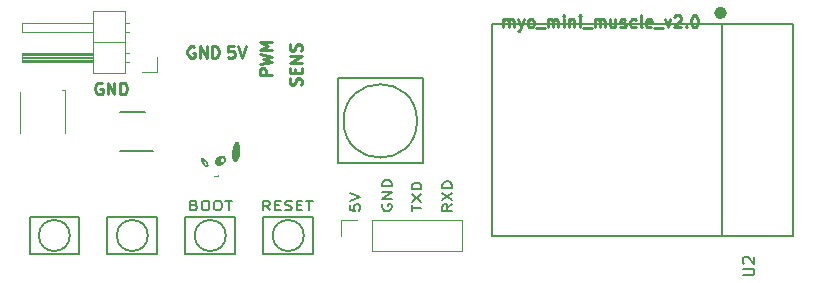
<source format=gbr>
G04 #@! TF.GenerationSoftware,KiCad,Pcbnew,5.1.5-52549c5~84~ubuntu18.04.1*
G04 #@! TF.CreationDate,2019-11-22T10:47:09+01:00*
G04 #@! TF.ProjectId,roboy_sno,726f626f-795f-4736-9e6f-2e6b69636164,rev?*
G04 #@! TF.SameCoordinates,Original*
G04 #@! TF.FileFunction,Legend,Top*
G04 #@! TF.FilePolarity,Positive*
%FSLAX46Y46*%
G04 Gerber Fmt 4.6, Leading zero omitted, Abs format (unit mm)*
G04 Created by KiCad (PCBNEW 5.1.5-52549c5~84~ubuntu18.04.1) date 2019-11-22 10:47:09*
%MOMM*%
%LPD*%
G04 APERTURE LIST*
%ADD10C,0.200000*%
%ADD11C,0.250000*%
%ADD12C,0.120000*%
%ADD13C,0.500000*%
%ADD14C,0.150000*%
%ADD15C,0.010000*%
%ADD16C,0.060000*%
G04 APERTURE END LIST*
D10*
X95142857Y-136942857D02*
X95285714Y-136980952D01*
X95333333Y-137019047D01*
X95380952Y-137095238D01*
X95380952Y-137209523D01*
X95333333Y-137285714D01*
X95285714Y-137323809D01*
X95190476Y-137361904D01*
X94809523Y-137361904D01*
X94809523Y-136561904D01*
X95142857Y-136561904D01*
X95238095Y-136600000D01*
X95285714Y-136638095D01*
X95333333Y-136714285D01*
X95333333Y-136790476D01*
X95285714Y-136866666D01*
X95238095Y-136904761D01*
X95142857Y-136942857D01*
X94809523Y-136942857D01*
X96000000Y-136561904D02*
X96190476Y-136561904D01*
X96285714Y-136600000D01*
X96380952Y-136676190D01*
X96428571Y-136828571D01*
X96428571Y-137095238D01*
X96380952Y-137247619D01*
X96285714Y-137323809D01*
X96190476Y-137361904D01*
X96000000Y-137361904D01*
X95904761Y-137323809D01*
X95809523Y-137247619D01*
X95761904Y-137095238D01*
X95761904Y-136828571D01*
X95809523Y-136676190D01*
X95904761Y-136600000D01*
X96000000Y-136561904D01*
X97047619Y-136561904D02*
X97238095Y-136561904D01*
X97333333Y-136600000D01*
X97428571Y-136676190D01*
X97476190Y-136828571D01*
X97476190Y-137095238D01*
X97428571Y-137247619D01*
X97333333Y-137323809D01*
X97238095Y-137361904D01*
X97047619Y-137361904D01*
X96952380Y-137323809D01*
X96857142Y-137247619D01*
X96809523Y-137095238D01*
X96809523Y-136828571D01*
X96857142Y-136676190D01*
X96952380Y-136600000D01*
X97047619Y-136561904D01*
X97761904Y-136561904D02*
X98333333Y-136561904D01*
X98047619Y-137361904D02*
X98047619Y-136561904D01*
X101547619Y-137361904D02*
X101214285Y-136980952D01*
X100976190Y-137361904D02*
X100976190Y-136561904D01*
X101357142Y-136561904D01*
X101452380Y-136600000D01*
X101500000Y-136638095D01*
X101547619Y-136714285D01*
X101547619Y-136828571D01*
X101500000Y-136904761D01*
X101452380Y-136942857D01*
X101357142Y-136980952D01*
X100976190Y-136980952D01*
X101976190Y-136942857D02*
X102309523Y-136942857D01*
X102452380Y-137361904D02*
X101976190Y-137361904D01*
X101976190Y-136561904D01*
X102452380Y-136561904D01*
X102833333Y-137323809D02*
X102976190Y-137361904D01*
X103214285Y-137361904D01*
X103309523Y-137323809D01*
X103357142Y-137285714D01*
X103404761Y-137209523D01*
X103404761Y-137133333D01*
X103357142Y-137057142D01*
X103309523Y-137019047D01*
X103214285Y-136980952D01*
X103023809Y-136942857D01*
X102928571Y-136904761D01*
X102880952Y-136866666D01*
X102833333Y-136790476D01*
X102833333Y-136714285D01*
X102880952Y-136638095D01*
X102928571Y-136600000D01*
X103023809Y-136561904D01*
X103261904Y-136561904D01*
X103404761Y-136600000D01*
X103833333Y-136942857D02*
X104166666Y-136942857D01*
X104309523Y-137361904D02*
X103833333Y-137361904D01*
X103833333Y-136561904D01*
X104309523Y-136561904D01*
X104595238Y-136561904D02*
X105166666Y-136561904D01*
X104880952Y-137361904D02*
X104880952Y-136561904D01*
D11*
X121325714Y-121864380D02*
X121325714Y-121197714D01*
X121325714Y-121292952D02*
X121373333Y-121245333D01*
X121468571Y-121197714D01*
X121611428Y-121197714D01*
X121706666Y-121245333D01*
X121754285Y-121340571D01*
X121754285Y-121864380D01*
X121754285Y-121340571D02*
X121801904Y-121245333D01*
X121897142Y-121197714D01*
X122040000Y-121197714D01*
X122135238Y-121245333D01*
X122182857Y-121340571D01*
X122182857Y-121864380D01*
X122563809Y-121197714D02*
X122801904Y-121864380D01*
X123040000Y-121197714D02*
X122801904Y-121864380D01*
X122706666Y-122102476D01*
X122659047Y-122150095D01*
X122563809Y-122197714D01*
X123563809Y-121864380D02*
X123468571Y-121816761D01*
X123420952Y-121769142D01*
X123373333Y-121673904D01*
X123373333Y-121388190D01*
X123420952Y-121292952D01*
X123468571Y-121245333D01*
X123563809Y-121197714D01*
X123706666Y-121197714D01*
X123801904Y-121245333D01*
X123849523Y-121292952D01*
X123897142Y-121388190D01*
X123897142Y-121673904D01*
X123849523Y-121769142D01*
X123801904Y-121816761D01*
X123706666Y-121864380D01*
X123563809Y-121864380D01*
X124087619Y-121959619D02*
X124849523Y-121959619D01*
X125087619Y-121864380D02*
X125087619Y-121197714D01*
X125087619Y-121292952D02*
X125135238Y-121245333D01*
X125230476Y-121197714D01*
X125373333Y-121197714D01*
X125468571Y-121245333D01*
X125516190Y-121340571D01*
X125516190Y-121864380D01*
X125516190Y-121340571D02*
X125563809Y-121245333D01*
X125659047Y-121197714D01*
X125801904Y-121197714D01*
X125897142Y-121245333D01*
X125944761Y-121340571D01*
X125944761Y-121864380D01*
X126420952Y-121864380D02*
X126420952Y-121197714D01*
X126420952Y-120864380D02*
X126373333Y-120912000D01*
X126420952Y-120959619D01*
X126468571Y-120912000D01*
X126420952Y-120864380D01*
X126420952Y-120959619D01*
X126897142Y-121197714D02*
X126897142Y-121864380D01*
X126897142Y-121292952D02*
X126944761Y-121245333D01*
X127040000Y-121197714D01*
X127182857Y-121197714D01*
X127278095Y-121245333D01*
X127325714Y-121340571D01*
X127325714Y-121864380D01*
X127801904Y-121864380D02*
X127801904Y-121197714D01*
X127801904Y-120864380D02*
X127754285Y-120912000D01*
X127801904Y-120959619D01*
X127849523Y-120912000D01*
X127801904Y-120864380D01*
X127801904Y-120959619D01*
X128040000Y-121959619D02*
X128801904Y-121959619D01*
X129040000Y-121864380D02*
X129040000Y-121197714D01*
X129040000Y-121292952D02*
X129087619Y-121245333D01*
X129182857Y-121197714D01*
X129325714Y-121197714D01*
X129420952Y-121245333D01*
X129468571Y-121340571D01*
X129468571Y-121864380D01*
X129468571Y-121340571D02*
X129516190Y-121245333D01*
X129611428Y-121197714D01*
X129754285Y-121197714D01*
X129849523Y-121245333D01*
X129897142Y-121340571D01*
X129897142Y-121864380D01*
X130801904Y-121197714D02*
X130801904Y-121864380D01*
X130373333Y-121197714D02*
X130373333Y-121721523D01*
X130420952Y-121816761D01*
X130516190Y-121864380D01*
X130659047Y-121864380D01*
X130754285Y-121816761D01*
X130801904Y-121769142D01*
X131230476Y-121816761D02*
X131325714Y-121864380D01*
X131516190Y-121864380D01*
X131611428Y-121816761D01*
X131659047Y-121721523D01*
X131659047Y-121673904D01*
X131611428Y-121578666D01*
X131516190Y-121531047D01*
X131373333Y-121531047D01*
X131278095Y-121483428D01*
X131230476Y-121388190D01*
X131230476Y-121340571D01*
X131278095Y-121245333D01*
X131373333Y-121197714D01*
X131516190Y-121197714D01*
X131611428Y-121245333D01*
X132516190Y-121816761D02*
X132420952Y-121864380D01*
X132230476Y-121864380D01*
X132135238Y-121816761D01*
X132087619Y-121769142D01*
X132040000Y-121673904D01*
X132040000Y-121388190D01*
X132087619Y-121292952D01*
X132135238Y-121245333D01*
X132230476Y-121197714D01*
X132420952Y-121197714D01*
X132516190Y-121245333D01*
X133087619Y-121864380D02*
X132992380Y-121816761D01*
X132944761Y-121721523D01*
X132944761Y-120864380D01*
X133849523Y-121816761D02*
X133754285Y-121864380D01*
X133563809Y-121864380D01*
X133468571Y-121816761D01*
X133420952Y-121721523D01*
X133420952Y-121340571D01*
X133468571Y-121245333D01*
X133563809Y-121197714D01*
X133754285Y-121197714D01*
X133849523Y-121245333D01*
X133897142Y-121340571D01*
X133897142Y-121435809D01*
X133420952Y-121531047D01*
X134087619Y-121959619D02*
X134849523Y-121959619D01*
X134992380Y-121197714D02*
X135230476Y-121864380D01*
X135468571Y-121197714D01*
X135801904Y-120959619D02*
X135849523Y-120912000D01*
X135944761Y-120864380D01*
X136182857Y-120864380D01*
X136278095Y-120912000D01*
X136325714Y-120959619D01*
X136373333Y-121054857D01*
X136373333Y-121150095D01*
X136325714Y-121292952D01*
X135754285Y-121864380D01*
X136373333Y-121864380D01*
X136801904Y-121769142D02*
X136849523Y-121816761D01*
X136801904Y-121864380D01*
X136754285Y-121816761D01*
X136801904Y-121769142D01*
X136801904Y-121864380D01*
X137468571Y-120864380D02*
X137563809Y-120864380D01*
X137659047Y-120912000D01*
X137706666Y-120959619D01*
X137754285Y-121054857D01*
X137801904Y-121245333D01*
X137801904Y-121483428D01*
X137754285Y-121673904D01*
X137706666Y-121769142D01*
X137659047Y-121816761D01*
X137563809Y-121864380D01*
X137468571Y-121864380D01*
X137373333Y-121816761D01*
X137325714Y-121769142D01*
X137278095Y-121673904D01*
X137230476Y-121483428D01*
X137230476Y-121245333D01*
X137278095Y-121054857D01*
X137325714Y-120959619D01*
X137373333Y-120912000D01*
X137468571Y-120864380D01*
X104182761Y-126760095D02*
X104230380Y-126617238D01*
X104230380Y-126379142D01*
X104182761Y-126283904D01*
X104135142Y-126236285D01*
X104039904Y-126188666D01*
X103944666Y-126188666D01*
X103849428Y-126236285D01*
X103801809Y-126283904D01*
X103754190Y-126379142D01*
X103706571Y-126569619D01*
X103658952Y-126664857D01*
X103611333Y-126712476D01*
X103516095Y-126760095D01*
X103420857Y-126760095D01*
X103325619Y-126712476D01*
X103278000Y-126664857D01*
X103230380Y-126569619D01*
X103230380Y-126331523D01*
X103278000Y-126188666D01*
X103706571Y-125760095D02*
X103706571Y-125426761D01*
X104230380Y-125283904D02*
X104230380Y-125760095D01*
X103230380Y-125760095D01*
X103230380Y-125283904D01*
X104230380Y-124855333D02*
X103230380Y-124855333D01*
X104230380Y-124283904D01*
X103230380Y-124283904D01*
X104182761Y-123855333D02*
X104230380Y-123712476D01*
X104230380Y-123474380D01*
X104182761Y-123379142D01*
X104135142Y-123331523D01*
X104039904Y-123283904D01*
X103944666Y-123283904D01*
X103849428Y-123331523D01*
X103801809Y-123379142D01*
X103754190Y-123474380D01*
X103706571Y-123664857D01*
X103658952Y-123760095D01*
X103611333Y-123807714D01*
X103516095Y-123855333D01*
X103420857Y-123855333D01*
X103325619Y-123807714D01*
X103278000Y-123760095D01*
X103230380Y-123664857D01*
X103230380Y-123426761D01*
X103278000Y-123283904D01*
D10*
X116961904Y-136866666D02*
X116580952Y-137200000D01*
X116961904Y-137438095D02*
X116161904Y-137438095D01*
X116161904Y-137057142D01*
X116200000Y-136961904D01*
X116238095Y-136914285D01*
X116314285Y-136866666D01*
X116428571Y-136866666D01*
X116504761Y-136914285D01*
X116542857Y-136961904D01*
X116580952Y-137057142D01*
X116580952Y-137438095D01*
X116161904Y-136533333D02*
X116961904Y-135866666D01*
X116161904Y-135866666D02*
X116961904Y-136533333D01*
X116961904Y-135485714D02*
X116161904Y-135485714D01*
X116161904Y-135247619D01*
X116200000Y-135104761D01*
X116276190Y-135009523D01*
X116352380Y-134961904D01*
X116504761Y-134914285D01*
X116619047Y-134914285D01*
X116771428Y-134961904D01*
X116847619Y-135009523D01*
X116923809Y-135104761D01*
X116961904Y-135247619D01*
X116961904Y-135485714D01*
X113561904Y-137461904D02*
X113561904Y-136890476D01*
X114361904Y-137176190D02*
X113561904Y-137176190D01*
X113561904Y-136652380D02*
X114361904Y-135985714D01*
X113561904Y-135985714D02*
X114361904Y-136652380D01*
X114361904Y-135604761D02*
X113561904Y-135604761D01*
X113561904Y-135366666D01*
X113600000Y-135223809D01*
X113676190Y-135128571D01*
X113752380Y-135080952D01*
X113904761Y-135033333D01*
X114019047Y-135033333D01*
X114171428Y-135080952D01*
X114247619Y-135128571D01*
X114323809Y-135223809D01*
X114361904Y-135366666D01*
X114361904Y-135604761D01*
X111100000Y-136861904D02*
X111061904Y-136957142D01*
X111061904Y-137100000D01*
X111100000Y-137242857D01*
X111176190Y-137338095D01*
X111252380Y-137385714D01*
X111404761Y-137433333D01*
X111519047Y-137433333D01*
X111671428Y-137385714D01*
X111747619Y-137338095D01*
X111823809Y-137242857D01*
X111861904Y-137100000D01*
X111861904Y-137004761D01*
X111823809Y-136861904D01*
X111785714Y-136814285D01*
X111519047Y-136814285D01*
X111519047Y-137004761D01*
X111861904Y-136385714D02*
X111061904Y-136385714D01*
X111861904Y-135814285D01*
X111061904Y-135814285D01*
X111861904Y-135338095D02*
X111061904Y-135338095D01*
X111061904Y-135100000D01*
X111100000Y-134957142D01*
X111176190Y-134861904D01*
X111252380Y-134814285D01*
X111404761Y-134766666D01*
X111519047Y-134766666D01*
X111671428Y-134814285D01*
X111747619Y-134861904D01*
X111823809Y-134957142D01*
X111861904Y-135100000D01*
X111861904Y-135338095D01*
X108361904Y-136890476D02*
X108361904Y-137366666D01*
X108742857Y-137414285D01*
X108704761Y-137366666D01*
X108666666Y-137271428D01*
X108666666Y-137033333D01*
X108704761Y-136938095D01*
X108742857Y-136890476D01*
X108819047Y-136842857D01*
X109009523Y-136842857D01*
X109085714Y-136890476D01*
X109123809Y-136938095D01*
X109161904Y-137033333D01*
X109161904Y-137271428D01*
X109123809Y-137366666D01*
X109085714Y-137414285D01*
X108361904Y-136557142D02*
X109161904Y-136223809D01*
X108361904Y-135890476D01*
D11*
X87338095Y-126600000D02*
X87242857Y-126552380D01*
X87100000Y-126552380D01*
X86957142Y-126600000D01*
X86861904Y-126695238D01*
X86814285Y-126790476D01*
X86766666Y-126980952D01*
X86766666Y-127123809D01*
X86814285Y-127314285D01*
X86861904Y-127409523D01*
X86957142Y-127504761D01*
X87100000Y-127552380D01*
X87195238Y-127552380D01*
X87338095Y-127504761D01*
X87385714Y-127457142D01*
X87385714Y-127123809D01*
X87195238Y-127123809D01*
X87814285Y-127552380D02*
X87814285Y-126552380D01*
X88385714Y-127552380D01*
X88385714Y-126552380D01*
X88861904Y-127552380D02*
X88861904Y-126552380D01*
X89100000Y-126552380D01*
X89242857Y-126600000D01*
X89338095Y-126695238D01*
X89385714Y-126790476D01*
X89433333Y-126980952D01*
X89433333Y-127123809D01*
X89385714Y-127314285D01*
X89338095Y-127409523D01*
X89242857Y-127504761D01*
X89100000Y-127552380D01*
X88861904Y-127552380D01*
X101690380Y-125918761D02*
X100690380Y-125918761D01*
X100690380Y-125537809D01*
X100738000Y-125442571D01*
X100785619Y-125394952D01*
X100880857Y-125347333D01*
X101023714Y-125347333D01*
X101118952Y-125394952D01*
X101166571Y-125442571D01*
X101214190Y-125537809D01*
X101214190Y-125918761D01*
X100690380Y-125014000D02*
X101690380Y-124775904D01*
X100976095Y-124585428D01*
X101690380Y-124394952D01*
X100690380Y-124156857D01*
X101690380Y-123775904D02*
X100690380Y-123775904D01*
X101404666Y-123442571D01*
X100690380Y-123109238D01*
X101690380Y-123109238D01*
X98507523Y-123458380D02*
X98031333Y-123458380D01*
X97983714Y-123934571D01*
X98031333Y-123886952D01*
X98126571Y-123839333D01*
X98364666Y-123839333D01*
X98459904Y-123886952D01*
X98507523Y-123934571D01*
X98555142Y-124029809D01*
X98555142Y-124267904D01*
X98507523Y-124363142D01*
X98459904Y-124410761D01*
X98364666Y-124458380D01*
X98126571Y-124458380D01*
X98031333Y-124410761D01*
X97983714Y-124363142D01*
X98840857Y-123458380D02*
X99174190Y-124458380D01*
X99507523Y-123458380D01*
X95142095Y-123506000D02*
X95046857Y-123458380D01*
X94904000Y-123458380D01*
X94761142Y-123506000D01*
X94665904Y-123601238D01*
X94618285Y-123696476D01*
X94570666Y-123886952D01*
X94570666Y-124029809D01*
X94618285Y-124220285D01*
X94665904Y-124315523D01*
X94761142Y-124410761D01*
X94904000Y-124458380D01*
X94999238Y-124458380D01*
X95142095Y-124410761D01*
X95189714Y-124363142D01*
X95189714Y-124029809D01*
X94999238Y-124029809D01*
X95618285Y-124458380D02*
X95618285Y-123458380D01*
X96189714Y-124458380D01*
X96189714Y-123458380D01*
X96665904Y-124458380D02*
X96665904Y-123458380D01*
X96904000Y-123458380D01*
X97046857Y-123506000D01*
X97142095Y-123601238D01*
X97189714Y-123696476D01*
X97237333Y-123886952D01*
X97237333Y-124029809D01*
X97189714Y-124220285D01*
X97142095Y-124315523D01*
X97046857Y-124410761D01*
X96904000Y-124458380D01*
X96665904Y-124458380D01*
D12*
X80400000Y-130850000D02*
X80400000Y-127350000D01*
X84200000Y-130850000D02*
X84200000Y-127200000D01*
X84200000Y-127200000D02*
X83950000Y-127200000D01*
D13*
X139983981Y-120650000D02*
G75*
G03X139983981Y-120650000I-283981J0D01*
G01*
D14*
X139846000Y-139556000D02*
X139846000Y-121556000D01*
X145846000Y-121556000D02*
X120346000Y-121556000D01*
X145846000Y-139556000D02*
X120346000Y-139556000D01*
X120346000Y-139556000D02*
X120346000Y-121556000D01*
X145846000Y-139556000D02*
X145846000Y-121556000D01*
D12*
X91970000Y-125670000D02*
X90700000Y-125670000D01*
X91970000Y-124400000D02*
X91970000Y-125670000D01*
X89657071Y-121480000D02*
X89260000Y-121480000D01*
X89657071Y-122240000D02*
X89260000Y-122240000D01*
X80600000Y-121480000D02*
X86600000Y-121480000D01*
X80600000Y-122240000D02*
X80600000Y-121480000D01*
X86600000Y-122240000D02*
X80600000Y-122240000D01*
X89260000Y-123130000D02*
X86600000Y-123130000D01*
X89590000Y-124020000D02*
X89260000Y-124020000D01*
X89590000Y-124780000D02*
X89260000Y-124780000D01*
X86600000Y-124120000D02*
X80600000Y-124120000D01*
X86600000Y-124240000D02*
X80600000Y-124240000D01*
X86600000Y-124360000D02*
X80600000Y-124360000D01*
X86600000Y-124480000D02*
X80600000Y-124480000D01*
X86600000Y-124600000D02*
X80600000Y-124600000D01*
X86600000Y-124720000D02*
X80600000Y-124720000D01*
X80600000Y-124020000D02*
X86600000Y-124020000D01*
X80600000Y-124780000D02*
X80600000Y-124020000D01*
X86600000Y-124780000D02*
X80600000Y-124780000D01*
X86600000Y-125730000D02*
X89260000Y-125730000D01*
X86600000Y-120530000D02*
X86600000Y-125730000D01*
X89260000Y-120530000D02*
X86600000Y-120530000D01*
X89260000Y-125730000D02*
X89260000Y-120530000D01*
D14*
X90947000Y-129003400D02*
X88897000Y-129003400D01*
X91652000Y-132303400D02*
X88897000Y-132303400D01*
D12*
X110170000Y-140830000D02*
X110170000Y-138170000D01*
X110170000Y-140830000D02*
X117850000Y-140830000D01*
X117850000Y-140830000D02*
X117850000Y-138170000D01*
X110170000Y-138170000D02*
X117850000Y-138170000D01*
X107570000Y-138170000D02*
X108900000Y-138170000D01*
X107570000Y-139500000D02*
X107570000Y-138170000D01*
D14*
X105200000Y-141100000D02*
X101000000Y-141100000D01*
X105200000Y-137900000D02*
X101000000Y-137900000D01*
X101000000Y-141100000D02*
X101000000Y-137900000D01*
X105200000Y-137900000D02*
X105200000Y-141100000D01*
X104415295Y-139500000D02*
G75*
G03X104415295Y-139500000I-1315295J0D01*
G01*
X97815295Y-139500000D02*
G75*
G03X97815295Y-139500000I-1315295J0D01*
G01*
X98600000Y-137900000D02*
X98600000Y-141100000D01*
X94400000Y-141100000D02*
X94400000Y-137900000D01*
X98600000Y-137900000D02*
X94400000Y-137900000D01*
X98600000Y-141100000D02*
X94400000Y-141100000D01*
X91215295Y-139500000D02*
G75*
G03X91215295Y-139500000I-1315295J0D01*
G01*
X92000000Y-137900000D02*
X92000000Y-141100000D01*
X87800000Y-141100000D02*
X87800000Y-137900000D01*
X92000000Y-137900000D02*
X87800000Y-137900000D01*
X92000000Y-141100000D02*
X87800000Y-141100000D01*
X85400000Y-141100000D02*
X81200000Y-141100000D01*
X85400000Y-137900000D02*
X81200000Y-137900000D01*
X81200000Y-141100000D02*
X81200000Y-137900000D01*
X85400000Y-137900000D02*
X85400000Y-141100000D01*
X84615295Y-139500000D02*
G75*
G03X84615295Y-139500000I-1315295J0D01*
G01*
X114500000Y-133400000D02*
X107300000Y-133400000D01*
X114500000Y-126200000D02*
X107300000Y-126200000D01*
X107300000Y-133400000D02*
X107300000Y-126200000D01*
X114500000Y-126200000D02*
X114500000Y-133400000D01*
X114006445Y-129800000D02*
G75*
G03X114006445Y-129800000I-3106445J0D01*
G01*
D15*
G36*
X98731044Y-131587677D02*
G01*
X98751191Y-131589904D01*
X98768706Y-131593503D01*
X98784031Y-131599247D01*
X98797609Y-131607910D01*
X98809882Y-131620263D01*
X98821293Y-131637079D01*
X98832283Y-131659132D01*
X98843296Y-131687194D01*
X98854774Y-131722038D01*
X98867159Y-131764437D01*
X98880893Y-131815164D01*
X98896420Y-131874991D01*
X98897142Y-131877806D01*
X98914349Y-131950413D01*
X98928383Y-132022215D01*
X98939532Y-132095382D01*
X98948081Y-132172089D01*
X98954317Y-132254508D01*
X98958452Y-132342699D01*
X98959560Y-132376344D01*
X98960065Y-132402464D01*
X98959776Y-132423688D01*
X98958501Y-132442642D01*
X98956051Y-132461953D01*
X98952234Y-132484248D01*
X98946859Y-132512156D01*
X98945715Y-132517959D01*
X98929234Y-132596650D01*
X98911708Y-132671345D01*
X98893389Y-132741278D01*
X98874530Y-132805680D01*
X98855384Y-132863784D01*
X98836202Y-132914821D01*
X98817237Y-132958024D01*
X98798743Y-132992625D01*
X98781500Y-133017232D01*
X98770796Y-133030688D01*
X98756520Y-133049656D01*
X98740818Y-133071250D01*
X98730330Y-133086091D01*
X98704829Y-133120214D01*
X98681065Y-133147140D01*
X98659765Y-133166123D01*
X98642666Y-133176045D01*
X98630691Y-133178637D01*
X98612992Y-133180297D01*
X98598482Y-133180651D01*
X98581892Y-133179805D01*
X98566612Y-133176963D01*
X98549589Y-133171242D01*
X98527772Y-133161757D01*
X98518803Y-133157557D01*
X98496035Y-133145833D01*
X98474549Y-133133120D01*
X98457495Y-133121357D01*
X98451042Y-133115894D01*
X98428141Y-133087649D01*
X98408071Y-133049822D01*
X98390815Y-133002359D01*
X98376350Y-132945208D01*
X98367802Y-132898959D01*
X98365285Y-132881703D01*
X98363265Y-132863526D01*
X98361691Y-132843113D01*
X98360515Y-132819147D01*
X98359686Y-132790314D01*
X98359155Y-132755298D01*
X98358872Y-132712783D01*
X98358788Y-132661455D01*
X98358788Y-132660199D01*
X98358911Y-132603717D01*
X98359357Y-132555370D01*
X98360246Y-132513131D01*
X98361700Y-132474976D01*
X98363840Y-132438881D01*
X98366785Y-132402821D01*
X98370657Y-132364772D01*
X98375577Y-132322708D01*
X98381666Y-132274606D01*
X98381911Y-132272717D01*
X98390969Y-132215693D01*
X98403819Y-132153238D01*
X98419874Y-132087240D01*
X98438549Y-132019587D01*
X98459256Y-131952166D01*
X98481408Y-131886866D01*
X98504420Y-131825574D01*
X98527705Y-131770178D01*
X98550675Y-131722565D01*
X98555873Y-131712876D01*
X98583740Y-131668774D01*
X98614826Y-131631456D01*
X98615431Y-131630835D01*
X98638223Y-131609558D01*
X98658911Y-131595841D01*
X98680606Y-131588522D01*
X98706418Y-131586441D01*
X98731044Y-131587677D01*
G37*
X98731044Y-131587677D02*
X98751191Y-131589904D01*
X98768706Y-131593503D01*
X98784031Y-131599247D01*
X98797609Y-131607910D01*
X98809882Y-131620263D01*
X98821293Y-131637079D01*
X98832283Y-131659132D01*
X98843296Y-131687194D01*
X98854774Y-131722038D01*
X98867159Y-131764437D01*
X98880893Y-131815164D01*
X98896420Y-131874991D01*
X98897142Y-131877806D01*
X98914349Y-131950413D01*
X98928383Y-132022215D01*
X98939532Y-132095382D01*
X98948081Y-132172089D01*
X98954317Y-132254508D01*
X98958452Y-132342699D01*
X98959560Y-132376344D01*
X98960065Y-132402464D01*
X98959776Y-132423688D01*
X98958501Y-132442642D01*
X98956051Y-132461953D01*
X98952234Y-132484248D01*
X98946859Y-132512156D01*
X98945715Y-132517959D01*
X98929234Y-132596650D01*
X98911708Y-132671345D01*
X98893389Y-132741278D01*
X98874530Y-132805680D01*
X98855384Y-132863784D01*
X98836202Y-132914821D01*
X98817237Y-132958024D01*
X98798743Y-132992625D01*
X98781500Y-133017232D01*
X98770796Y-133030688D01*
X98756520Y-133049656D01*
X98740818Y-133071250D01*
X98730330Y-133086091D01*
X98704829Y-133120214D01*
X98681065Y-133147140D01*
X98659765Y-133166123D01*
X98642666Y-133176045D01*
X98630691Y-133178637D01*
X98612992Y-133180297D01*
X98598482Y-133180651D01*
X98581892Y-133179805D01*
X98566612Y-133176963D01*
X98549589Y-133171242D01*
X98527772Y-133161757D01*
X98518803Y-133157557D01*
X98496035Y-133145833D01*
X98474549Y-133133120D01*
X98457495Y-133121357D01*
X98451042Y-133115894D01*
X98428141Y-133087649D01*
X98408071Y-133049822D01*
X98390815Y-133002359D01*
X98376350Y-132945208D01*
X98367802Y-132898959D01*
X98365285Y-132881703D01*
X98363265Y-132863526D01*
X98361691Y-132843113D01*
X98360515Y-132819147D01*
X98359686Y-132790314D01*
X98359155Y-132755298D01*
X98358872Y-132712783D01*
X98358788Y-132661455D01*
X98358788Y-132660199D01*
X98358911Y-132603717D01*
X98359357Y-132555370D01*
X98360246Y-132513131D01*
X98361700Y-132474976D01*
X98363840Y-132438881D01*
X98366785Y-132402821D01*
X98370657Y-132364772D01*
X98375577Y-132322708D01*
X98381666Y-132274606D01*
X98381911Y-132272717D01*
X98390969Y-132215693D01*
X98403819Y-132153238D01*
X98419874Y-132087240D01*
X98438549Y-132019587D01*
X98459256Y-131952166D01*
X98481408Y-131886866D01*
X98504420Y-131825574D01*
X98527705Y-131770178D01*
X98550675Y-131722565D01*
X98555873Y-131712876D01*
X98583740Y-131668774D01*
X98614826Y-131631456D01*
X98615431Y-131630835D01*
X98638223Y-131609558D01*
X98658911Y-131595841D01*
X98680606Y-131588522D01*
X98706418Y-131586441D01*
X98731044Y-131587677D01*
G36*
X97471266Y-132759716D02*
G01*
X97509106Y-132763005D01*
X97529602Y-132766836D01*
X97581233Y-132783813D01*
X97625903Y-132807593D01*
X97663489Y-132837466D01*
X97693867Y-132872720D01*
X97716914Y-132912642D01*
X97732504Y-132956522D01*
X97740515Y-133003647D01*
X97740823Y-133053305D01*
X97733304Y-133104785D01*
X97717833Y-133157375D01*
X97694288Y-133210363D01*
X97662544Y-133263038D01*
X97624512Y-133312337D01*
X97574867Y-133363445D01*
X97519877Y-133408194D01*
X97460706Y-133446081D01*
X97398521Y-133476605D01*
X97334488Y-133499264D01*
X97269772Y-133513556D01*
X97205538Y-133518980D01*
X97151061Y-133516108D01*
X97096236Y-133505046D01*
X97047140Y-133485975D01*
X97004214Y-133459087D01*
X96985730Y-133443272D01*
X96953983Y-133409375D01*
X96930843Y-133374901D01*
X96914961Y-133337259D01*
X96904984Y-133293855D01*
X96903829Y-133286084D01*
X96901269Y-133231694D01*
X96908129Y-133176630D01*
X96923777Y-133121691D01*
X96937118Y-133091414D01*
X97302007Y-133091414D01*
X97304388Y-133113051D01*
X97317349Y-133157243D01*
X97338532Y-133196596D01*
X97367041Y-133230061D01*
X97401980Y-133256592D01*
X97442453Y-133275143D01*
X97443296Y-133275420D01*
X97463254Y-133279399D01*
X97490304Y-133281091D01*
X97508527Y-133280915D01*
X97532781Y-133279510D01*
X97551167Y-133276573D01*
X97567965Y-133271115D01*
X97585533Y-133263094D01*
X97622522Y-133239727D01*
X97653125Y-133209887D01*
X97676597Y-133174987D01*
X97692192Y-133136443D01*
X97699165Y-133095667D01*
X97696768Y-133054073D01*
X97696513Y-133052661D01*
X97683809Y-133010763D01*
X97662487Y-132972377D01*
X97633828Y-132939154D01*
X97599113Y-132912745D01*
X97580288Y-132902797D01*
X97550361Y-132893289D01*
X97515239Y-132888725D01*
X97478633Y-132889164D01*
X97444256Y-132894663D01*
X97426374Y-132900365D01*
X97391226Y-132919425D01*
X97360534Y-132945883D01*
X97335283Y-132978026D01*
X97316456Y-133014138D01*
X97305036Y-133052506D01*
X97302007Y-133091414D01*
X96937118Y-133091414D01*
X96947579Y-133067675D01*
X96978904Y-133015380D01*
X97017117Y-132965605D01*
X97061588Y-132919146D01*
X97111683Y-132876803D01*
X97166769Y-132839373D01*
X97226213Y-132807655D01*
X97289384Y-132782446D01*
X97307729Y-132776640D01*
X97344106Y-132768177D01*
X97385600Y-132762442D01*
X97429042Y-132759575D01*
X97471266Y-132759716D01*
G37*
X97471266Y-132759716D02*
X97509106Y-132763005D01*
X97529602Y-132766836D01*
X97581233Y-132783813D01*
X97625903Y-132807593D01*
X97663489Y-132837466D01*
X97693867Y-132872720D01*
X97716914Y-132912642D01*
X97732504Y-132956522D01*
X97740515Y-133003647D01*
X97740823Y-133053305D01*
X97733304Y-133104785D01*
X97717833Y-133157375D01*
X97694288Y-133210363D01*
X97662544Y-133263038D01*
X97624512Y-133312337D01*
X97574867Y-133363445D01*
X97519877Y-133408194D01*
X97460706Y-133446081D01*
X97398521Y-133476605D01*
X97334488Y-133499264D01*
X97269772Y-133513556D01*
X97205538Y-133518980D01*
X97151061Y-133516108D01*
X97096236Y-133505046D01*
X97047140Y-133485975D01*
X97004214Y-133459087D01*
X96985730Y-133443272D01*
X96953983Y-133409375D01*
X96930843Y-133374901D01*
X96914961Y-133337259D01*
X96904984Y-133293855D01*
X96903829Y-133286084D01*
X96901269Y-133231694D01*
X96908129Y-133176630D01*
X96923777Y-133121691D01*
X96937118Y-133091414D01*
X97302007Y-133091414D01*
X97304388Y-133113051D01*
X97317349Y-133157243D01*
X97338532Y-133196596D01*
X97367041Y-133230061D01*
X97401980Y-133256592D01*
X97442453Y-133275143D01*
X97443296Y-133275420D01*
X97463254Y-133279399D01*
X97490304Y-133281091D01*
X97508527Y-133280915D01*
X97532781Y-133279510D01*
X97551167Y-133276573D01*
X97567965Y-133271115D01*
X97585533Y-133263094D01*
X97622522Y-133239727D01*
X97653125Y-133209887D01*
X97676597Y-133174987D01*
X97692192Y-133136443D01*
X97699165Y-133095667D01*
X97696768Y-133054073D01*
X97696513Y-133052661D01*
X97683809Y-133010763D01*
X97662487Y-132972377D01*
X97633828Y-132939154D01*
X97599113Y-132912745D01*
X97580288Y-132902797D01*
X97550361Y-132893289D01*
X97515239Y-132888725D01*
X97478633Y-132889164D01*
X97444256Y-132894663D01*
X97426374Y-132900365D01*
X97391226Y-132919425D01*
X97360534Y-132945883D01*
X97335283Y-132978026D01*
X97316456Y-133014138D01*
X97305036Y-133052506D01*
X97302007Y-133091414D01*
X96937118Y-133091414D01*
X96947579Y-133067675D01*
X96978904Y-133015380D01*
X97017117Y-132965605D01*
X97061588Y-132919146D01*
X97111683Y-132876803D01*
X97166769Y-132839373D01*
X97226213Y-132807655D01*
X97289384Y-132782446D01*
X97307729Y-132776640D01*
X97344106Y-132768177D01*
X97385600Y-132762442D01*
X97429042Y-132759575D01*
X97471266Y-132759716D01*
G36*
X95846508Y-132950339D02*
G01*
X95864042Y-132952754D01*
X95880722Y-132958015D01*
X95899521Y-132966343D01*
X95949387Y-132994749D01*
X95998871Y-133031965D01*
X96047029Y-133076652D01*
X96092920Y-133127475D01*
X96135600Y-133183097D01*
X96174128Y-133242183D01*
X96207560Y-133303395D01*
X96234955Y-133365398D01*
X96255369Y-133426856D01*
X96267861Y-133486431D01*
X96268224Y-133489068D01*
X96270992Y-133532135D01*
X96267299Y-133570196D01*
X96257436Y-133602366D01*
X96241696Y-133627761D01*
X96220368Y-133645495D01*
X96216030Y-133647771D01*
X96188062Y-133656257D01*
X96156252Y-133657520D01*
X96124032Y-133651427D01*
X96123583Y-133651285D01*
X96080046Y-133632996D01*
X96035113Y-133605781D01*
X95989724Y-133570604D01*
X95944819Y-133528426D01*
X95901338Y-133480211D01*
X95860221Y-133426921D01*
X95822408Y-133369518D01*
X95788839Y-133308965D01*
X95788383Y-133308058D01*
X95763024Y-133253784D01*
X95754554Y-133231513D01*
X95908127Y-133231513D01*
X95908386Y-133259254D01*
X95910964Y-133287250D01*
X95915410Y-133310641D01*
X95925250Y-133340804D01*
X95939842Y-133375095D01*
X95957378Y-133409883D01*
X95976051Y-133441535D01*
X95991225Y-133462961D01*
X96022738Y-133498745D01*
X96053995Y-133526834D01*
X96084349Y-133546939D01*
X96113152Y-133558773D01*
X96139756Y-133562048D01*
X96163513Y-133556477D01*
X96178976Y-133546405D01*
X96193610Y-133529938D01*
X96202862Y-133509942D01*
X96207449Y-133484252D01*
X96208245Y-133458255D01*
X96204427Y-133419024D01*
X96194430Y-133378706D01*
X96179108Y-133338390D01*
X96159309Y-133299167D01*
X96135885Y-133262127D01*
X96109687Y-133228360D01*
X96081566Y-133198957D01*
X96052372Y-133175008D01*
X96022956Y-133157603D01*
X95994169Y-133147833D01*
X95966862Y-133146788D01*
X95965364Y-133147014D01*
X95943069Y-133155549D01*
X95924713Y-133172368D01*
X95914648Y-133189625D01*
X95910208Y-133207234D01*
X95908127Y-133231513D01*
X95754554Y-133231513D01*
X95744348Y-133204681D01*
X95731799Y-133158789D01*
X95724823Y-133114148D01*
X95722867Y-133076759D01*
X95722990Y-133051673D01*
X95724199Y-133033719D01*
X95726951Y-133019889D01*
X95731704Y-133007174D01*
X95734286Y-133001690D01*
X95745055Y-132984360D01*
X95758514Y-132968672D01*
X95764314Y-132963590D01*
X95774617Y-132956547D01*
X95784716Y-132952391D01*
X95797782Y-132950382D01*
X95816988Y-132949777D01*
X95823484Y-132949759D01*
X95846508Y-132950339D01*
G37*
X95846508Y-132950339D02*
X95864042Y-132952754D01*
X95880722Y-132958015D01*
X95899521Y-132966343D01*
X95949387Y-132994749D01*
X95998871Y-133031965D01*
X96047029Y-133076652D01*
X96092920Y-133127475D01*
X96135600Y-133183097D01*
X96174128Y-133242183D01*
X96207560Y-133303395D01*
X96234955Y-133365398D01*
X96255369Y-133426856D01*
X96267861Y-133486431D01*
X96268224Y-133489068D01*
X96270992Y-133532135D01*
X96267299Y-133570196D01*
X96257436Y-133602366D01*
X96241696Y-133627761D01*
X96220368Y-133645495D01*
X96216030Y-133647771D01*
X96188062Y-133656257D01*
X96156252Y-133657520D01*
X96124032Y-133651427D01*
X96123583Y-133651285D01*
X96080046Y-133632996D01*
X96035113Y-133605781D01*
X95989724Y-133570604D01*
X95944819Y-133528426D01*
X95901338Y-133480211D01*
X95860221Y-133426921D01*
X95822408Y-133369518D01*
X95788839Y-133308965D01*
X95788383Y-133308058D01*
X95763024Y-133253784D01*
X95754554Y-133231513D01*
X95908127Y-133231513D01*
X95908386Y-133259254D01*
X95910964Y-133287250D01*
X95915410Y-133310641D01*
X95925250Y-133340804D01*
X95939842Y-133375095D01*
X95957378Y-133409883D01*
X95976051Y-133441535D01*
X95991225Y-133462961D01*
X96022738Y-133498745D01*
X96053995Y-133526834D01*
X96084349Y-133546939D01*
X96113152Y-133558773D01*
X96139756Y-133562048D01*
X96163513Y-133556477D01*
X96178976Y-133546405D01*
X96193610Y-133529938D01*
X96202862Y-133509942D01*
X96207449Y-133484252D01*
X96208245Y-133458255D01*
X96204427Y-133419024D01*
X96194430Y-133378706D01*
X96179108Y-133338390D01*
X96159309Y-133299167D01*
X96135885Y-133262127D01*
X96109687Y-133228360D01*
X96081566Y-133198957D01*
X96052372Y-133175008D01*
X96022956Y-133157603D01*
X95994169Y-133147833D01*
X95966862Y-133146788D01*
X95965364Y-133147014D01*
X95943069Y-133155549D01*
X95924713Y-133172368D01*
X95914648Y-133189625D01*
X95910208Y-133207234D01*
X95908127Y-133231513D01*
X95754554Y-133231513D01*
X95744348Y-133204681D01*
X95731799Y-133158789D01*
X95724823Y-133114148D01*
X95722867Y-133076759D01*
X95722990Y-133051673D01*
X95724199Y-133033719D01*
X95726951Y-133019889D01*
X95731704Y-133007174D01*
X95734286Y-133001690D01*
X95745055Y-132984360D01*
X95758514Y-132968672D01*
X95764314Y-132963590D01*
X95774617Y-132956547D01*
X95784716Y-132952391D01*
X95797782Y-132950382D01*
X95816988Y-132949777D01*
X95823484Y-132949759D01*
X95846508Y-132950339D01*
D16*
G36*
X97177535Y-134389769D02*
G01*
X97181727Y-134395177D01*
X97182685Y-134403373D01*
X97178267Y-134408793D01*
X97166218Y-134416649D01*
X97148498Y-134426032D01*
X97127068Y-134436029D01*
X97103889Y-134445730D01*
X97080921Y-134454223D01*
X97060125Y-134460598D01*
X97058760Y-134460952D01*
X97015699Y-134468425D01*
X96967204Y-134470799D01*
X96916628Y-134468077D01*
X96870343Y-134460904D01*
X96843043Y-134455125D01*
X96824152Y-134450912D01*
X96812129Y-134447779D01*
X96805431Y-134445241D01*
X96802516Y-134442815D01*
X96801842Y-134440015D01*
X96801840Y-134439372D01*
X96802869Y-134431666D01*
X96806741Y-134427023D01*
X96814983Y-134425308D01*
X96829119Y-134426388D01*
X96850675Y-134430129D01*
X96867803Y-134433596D01*
X96926765Y-134443048D01*
X96980231Y-134445380D01*
X97030155Y-134440381D01*
X97078489Y-134427840D01*
X97127185Y-134407548D01*
X97132064Y-134405127D01*
X97154050Y-134394697D01*
X97168758Y-134389593D01*
X97177535Y-134389769D01*
G37*
X97177535Y-134389769D02*
X97181727Y-134395177D01*
X97182685Y-134403373D01*
X97178267Y-134408793D01*
X97166218Y-134416649D01*
X97148498Y-134426032D01*
X97127068Y-134436029D01*
X97103889Y-134445730D01*
X97080921Y-134454223D01*
X97060125Y-134460598D01*
X97058760Y-134460952D01*
X97015699Y-134468425D01*
X96967204Y-134470799D01*
X96916628Y-134468077D01*
X96870343Y-134460904D01*
X96843043Y-134455125D01*
X96824152Y-134450912D01*
X96812129Y-134447779D01*
X96805431Y-134445241D01*
X96802516Y-134442815D01*
X96801842Y-134440015D01*
X96801840Y-134439372D01*
X96802869Y-134431666D01*
X96806741Y-134427023D01*
X96814983Y-134425308D01*
X96829119Y-134426388D01*
X96850675Y-134430129D01*
X96867803Y-134433596D01*
X96926765Y-134443048D01*
X96980231Y-134445380D01*
X97030155Y-134440381D01*
X97078489Y-134427840D01*
X97127185Y-134407548D01*
X97132064Y-134405127D01*
X97154050Y-134394697D01*
X97168758Y-134389593D01*
X97177535Y-134389769D01*
D14*
X141565380Y-142874904D02*
X142374904Y-142874904D01*
X142470142Y-142827285D01*
X142517761Y-142779666D01*
X142565380Y-142684428D01*
X142565380Y-142493952D01*
X142517761Y-142398714D01*
X142470142Y-142351095D01*
X142374904Y-142303476D01*
X141565380Y-142303476D01*
X141660619Y-141874904D02*
X141613000Y-141827285D01*
X141565380Y-141732047D01*
X141565380Y-141493952D01*
X141613000Y-141398714D01*
X141660619Y-141351095D01*
X141755857Y-141303476D01*
X141851095Y-141303476D01*
X141993952Y-141351095D01*
X142565380Y-141922523D01*
X142565380Y-141303476D01*
M02*

</source>
